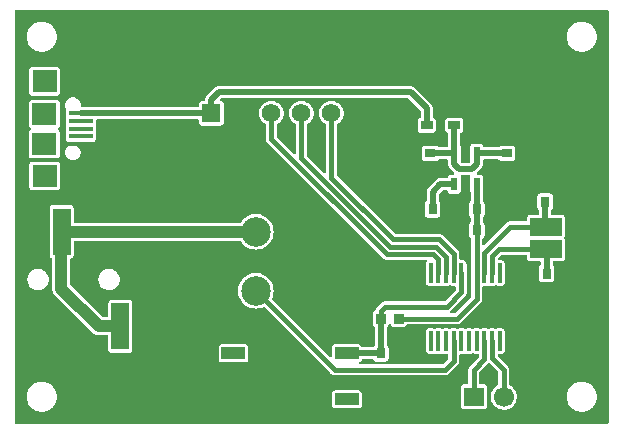
<source format=gtl>
G04 Layer: TopLayer*
G04 EasyEDA v6.5.43, 2024-08-27 13:26:19*
G04 cb6e2e9fbd21486d88ae5690d2d3dc00,10*
G04 Gerber Generator version 0.2*
G04 Scale: 100 percent, Rotated: No, Reflected: No *
G04 Dimensions in millimeters *
G04 leading zeros omitted , absolute positions ,4 integer and 5 decimal *
%FSLAX45Y45*%
%MOMM*%

%AMMACRO1*21,1,$1,$2,0,0,$3*%
%ADD10C,0.4000*%
%ADD11C,0.5000*%
%ADD12C,1.0000*%
%ADD13O,0.36400740000000004X1.7420082*%
%ADD14R,0.8000X0.9000*%
%ADD15R,0.9000X0.8000*%
%ADD16R,1.0000X0.7500*%
%ADD17R,0.6000X1.1000*%
%ADD18MACRO1,1.5X2.7X-90.0000*%
%ADD19R,2.0000X0.4500*%
%ADD20R,2.1000X1.9000*%
%ADD21MACRO1,0.864X0.8065X90.0000*%
%ADD22R,1.5000X4.0000*%
%ADD23R,2.0000X1.0000*%
%ADD24C,1.5748*%
%ADD25R,1.5748X1.5748*%
%ADD26R,1.7000X1.5748*%
%ADD27C,1.7000*%
%ADD28C,2.5000*%
%ADD29C,1.6000*%
%ADD30C,0.0153*%

%LPD*%
G36*
X36068Y25908D02*
G01*
X32156Y26670D01*
X28905Y28905D01*
X26670Y32156D01*
X25908Y36068D01*
X25908Y3519932D01*
X26670Y3523843D01*
X28905Y3527094D01*
X32156Y3529329D01*
X36068Y3530092D01*
X5043932Y3530092D01*
X5047843Y3529329D01*
X5051094Y3527094D01*
X5053330Y3523843D01*
X5054092Y3519932D01*
X5054092Y36068D01*
X5053330Y32156D01*
X5051094Y28905D01*
X5047843Y26670D01*
X5043932Y25908D01*
G37*

%LPC*%
G36*
X4826000Y126492D02*
G01*
X4841392Y127457D01*
X4856530Y130200D01*
X4871212Y134772D01*
X4885232Y141122D01*
X4898440Y149098D01*
X4910531Y158597D01*
X4921402Y169468D01*
X4930902Y181559D01*
X4938877Y194767D01*
X4945227Y208788D01*
X4949799Y223469D01*
X4952542Y238607D01*
X4953508Y254000D01*
X4952542Y269392D01*
X4949799Y284530D01*
X4945227Y299212D01*
X4938877Y313232D01*
X4930902Y326440D01*
X4921402Y338531D01*
X4910531Y349402D01*
X4898440Y358902D01*
X4885232Y366877D01*
X4871212Y373227D01*
X4856530Y377799D01*
X4841392Y380542D01*
X4826000Y381508D01*
X4810607Y380542D01*
X4795469Y377799D01*
X4780788Y373227D01*
X4766767Y366877D01*
X4753559Y358902D01*
X4741468Y349402D01*
X4730597Y338531D01*
X4721098Y326440D01*
X4713122Y313232D01*
X4706772Y299212D01*
X4702200Y284530D01*
X4699457Y269392D01*
X4698492Y254000D01*
X4699457Y238607D01*
X4702200Y223469D01*
X4706772Y208788D01*
X4713122Y194767D01*
X4721098Y181559D01*
X4730597Y169468D01*
X4741468Y158597D01*
X4753559Y149098D01*
X4766767Y141122D01*
X4780788Y134772D01*
X4795469Y130200D01*
X4810607Y127457D01*
G37*
G36*
X254000Y126492D02*
G01*
X269392Y127457D01*
X284530Y130200D01*
X299212Y134772D01*
X313232Y141122D01*
X326440Y149098D01*
X338531Y158597D01*
X349402Y169468D01*
X358902Y181559D01*
X366877Y194767D01*
X373227Y208788D01*
X377799Y223469D01*
X380542Y238607D01*
X381508Y254000D01*
X380542Y269392D01*
X377799Y284530D01*
X373227Y299212D01*
X366877Y313232D01*
X358902Y326440D01*
X349402Y338531D01*
X338531Y349402D01*
X326440Y358902D01*
X313232Y366877D01*
X299212Y373227D01*
X284530Y377799D01*
X269392Y380542D01*
X254000Y381508D01*
X238607Y380542D01*
X223469Y377799D01*
X208788Y373227D01*
X194767Y366877D01*
X181559Y358902D01*
X169468Y349402D01*
X158597Y338531D01*
X149098Y326440D01*
X141122Y313232D01*
X134772Y299212D01*
X130200Y284530D01*
X127457Y269392D01*
X126492Y254000D01*
X127457Y238607D01*
X130200Y223469D01*
X134772Y208788D01*
X141122Y194767D01*
X149098Y181559D01*
X158597Y169468D01*
X169468Y158597D01*
X181559Y149098D01*
X194767Y141122D01*
X208788Y134772D01*
X223469Y130200D01*
X238607Y127457D01*
G37*
G36*
X4169156Y143154D02*
G01*
X4183278Y144526D01*
X4197146Y147675D01*
X4210507Y152603D01*
X4223105Y159156D01*
X4234738Y167284D01*
X4245254Y176834D01*
X4254449Y187655D01*
X4262221Y199593D01*
X4268368Y212394D01*
X4272838Y225856D01*
X4275582Y239826D01*
X4276496Y254000D01*
X4275582Y268173D01*
X4272838Y282143D01*
X4268368Y295605D01*
X4262221Y308406D01*
X4254449Y320344D01*
X4245254Y331165D01*
X4234738Y340715D01*
X4223105Y348843D01*
X4216958Y351993D01*
X4214063Y354279D01*
X4212183Y357428D01*
X4211523Y361035D01*
X4211472Y484378D01*
X4210253Y493115D01*
X4207560Y501142D01*
X4203446Y508508D01*
X4197705Y515416D01*
X4115663Y597458D01*
X4113428Y600913D01*
X4112717Y604977D01*
X4113682Y608990D01*
X4116222Y612292D01*
X4119829Y614324D01*
X4123944Y614730D01*
X4127347Y614375D01*
X4135882Y614375D01*
X4143857Y615848D01*
X4151426Y618794D01*
X4158335Y623062D01*
X4164380Y628548D01*
X4169257Y635050D01*
X4172864Y642315D01*
X4175099Y650138D01*
X4175912Y658723D01*
X4175912Y795578D01*
X4175099Y804113D01*
X4172864Y811936D01*
X4169257Y819251D01*
X4164380Y825703D01*
X4158335Y831189D01*
X4151426Y835456D01*
X4143857Y838403D01*
X4135882Y839927D01*
X4127703Y839927D01*
X4119727Y838403D01*
X4112158Y835456D01*
X4104640Y830834D01*
X4101134Y829462D01*
X4097426Y829462D01*
X4093921Y830834D01*
X4086453Y835456D01*
X4078833Y838403D01*
X4070858Y839927D01*
X4062729Y839927D01*
X4054754Y838403D01*
X4047134Y835456D01*
X4039666Y830834D01*
X4036161Y829462D01*
X4032402Y829462D01*
X4028948Y830834D01*
X4021429Y835456D01*
X4013860Y838403D01*
X4005834Y839927D01*
X3997706Y839927D01*
X3989730Y838403D01*
X3982161Y835456D01*
X3974642Y830834D01*
X3971137Y829462D01*
X3967429Y829462D01*
X3963924Y830834D01*
X3956456Y835456D01*
X3948836Y838403D01*
X3940860Y839927D01*
X3932732Y839927D01*
X3924757Y838403D01*
X3917137Y835456D01*
X3909618Y830834D01*
X3906164Y829462D01*
X3902405Y829462D01*
X3898950Y830834D01*
X3891432Y835456D01*
X3883863Y838403D01*
X3875836Y839927D01*
X3867708Y839927D01*
X3859733Y838403D01*
X3852164Y835456D01*
X3844645Y830834D01*
X3841140Y829462D01*
X3837432Y829462D01*
X3833926Y830834D01*
X3826459Y835456D01*
X3818839Y838403D01*
X3810863Y839927D01*
X3802735Y839927D01*
X3794760Y838403D01*
X3787140Y835456D01*
X3779621Y830834D01*
X3776167Y829462D01*
X3772408Y829462D01*
X3768953Y830834D01*
X3761435Y835456D01*
X3753865Y838403D01*
X3745839Y839927D01*
X3737711Y839927D01*
X3729736Y838403D01*
X3722166Y835456D01*
X3714648Y830834D01*
X3711143Y829462D01*
X3707434Y829462D01*
X3703929Y830834D01*
X3696411Y835456D01*
X3688842Y838403D01*
X3680866Y839927D01*
X3672738Y839927D01*
X3664712Y838403D01*
X3657142Y835456D01*
X3649624Y830834D01*
X3646170Y829462D01*
X3642410Y829462D01*
X3638956Y830834D01*
X3631437Y835456D01*
X3623868Y838403D01*
X3615842Y839927D01*
X3607714Y839927D01*
X3599738Y838403D01*
X3592169Y835456D01*
X3584651Y830834D01*
X3581146Y829462D01*
X3577437Y829462D01*
X3573932Y830834D01*
X3566414Y835456D01*
X3558844Y838403D01*
X3550869Y839927D01*
X3542741Y839927D01*
X3534714Y838403D01*
X3527145Y835456D01*
X3520236Y831189D01*
X3514242Y825703D01*
X3509314Y819251D01*
X3505708Y811936D01*
X3503472Y804113D01*
X3502710Y795578D01*
X3502710Y658723D01*
X3503472Y650138D01*
X3505708Y642315D01*
X3509314Y635050D01*
X3514242Y628548D01*
X3520236Y623062D01*
X3527145Y618794D01*
X3534714Y615848D01*
X3542741Y614375D01*
X3550869Y614375D01*
X3558844Y615848D01*
X3566414Y618794D01*
X3573932Y623417D01*
X3577437Y624789D01*
X3581146Y624789D01*
X3584651Y623417D01*
X3592169Y618794D01*
X3599738Y615848D01*
X3607714Y614375D01*
X3615842Y614375D01*
X3623868Y615848D01*
X3631437Y618794D01*
X3638956Y623417D01*
X3642410Y624789D01*
X3646170Y624789D01*
X3649624Y623417D01*
X3657142Y618794D01*
X3664712Y615848D01*
X3672738Y614375D01*
X3680866Y614375D01*
X3683863Y614934D01*
X3688283Y614781D01*
X3692194Y612749D01*
X3694887Y609244D01*
X3695852Y604926D01*
X3695852Y577291D01*
X3695090Y573430D01*
X3692906Y570128D01*
X3654247Y531469D01*
X3650945Y529285D01*
X3647084Y528523D01*
X2952038Y528523D01*
X2947822Y529437D01*
X2944368Y532028D01*
X2942285Y535838D01*
X2941980Y540207D01*
X2943555Y544220D01*
X2946654Y547268D01*
X2952292Y550824D01*
X2956356Y554888D01*
X2959455Y559816D01*
X2960878Y563930D01*
X2963011Y567436D01*
X2966364Y569874D01*
X2970428Y570738D01*
X3052114Y571093D01*
X3055518Y570534D01*
X3058515Y568858D01*
X3060801Y566318D01*
X3064002Y561187D01*
X3068116Y557072D01*
X3072993Y554024D01*
X3078480Y552094D01*
X3084779Y551383D01*
X3163620Y551383D01*
X3169970Y552094D01*
X3175406Y554024D01*
X3180334Y557072D01*
X3184398Y561187D01*
X3187496Y566064D01*
X3189427Y571550D01*
X3190138Y577850D01*
X3190138Y666750D01*
X3189427Y673049D01*
X3187496Y678535D01*
X3184448Y683361D01*
X3179064Y688543D01*
X3176778Y691896D01*
X3175965Y695858D01*
X3175965Y841908D01*
X3176524Y845261D01*
X3178200Y848207D01*
X3181502Y851001D01*
X3185617Y855065D01*
X3188665Y859993D01*
X3190798Y866038D01*
X3192932Y869594D01*
X3196336Y872032D01*
X3200400Y872845D01*
X3204464Y872032D01*
X3207867Y869594D01*
X3210001Y866038D01*
X3212134Y859993D01*
X3215182Y855065D01*
X3219297Y851001D01*
X3224174Y847902D01*
X3229660Y846023D01*
X3235960Y845312D01*
X3315462Y845312D01*
X3321812Y846023D01*
X3327247Y847902D01*
X3332175Y851001D01*
X3336239Y855065D01*
X3339337Y859993D01*
X3339947Y861669D01*
X3342081Y865225D01*
X3345434Y867664D01*
X3349498Y868476D01*
X3773678Y868527D01*
X3782415Y869746D01*
X3790442Y872439D01*
X3797808Y876553D01*
X3804716Y882294D01*
X3970426Y1048054D01*
X3975760Y1055116D01*
X3979519Y1062685D01*
X3981805Y1070813D01*
X3982669Y1079703D01*
X3982669Y1179118D01*
X3983634Y1183436D01*
X3986326Y1186942D01*
X3990238Y1188974D01*
X3994658Y1189126D01*
X3997706Y1188567D01*
X4005834Y1188567D01*
X4013860Y1190040D01*
X4021429Y1192987D01*
X4028948Y1197660D01*
X4032402Y1198981D01*
X4036161Y1198981D01*
X4039666Y1197660D01*
X4047134Y1192987D01*
X4054754Y1190040D01*
X4062729Y1188567D01*
X4070858Y1188567D01*
X4078833Y1190040D01*
X4086453Y1192987D01*
X4093921Y1197660D01*
X4097426Y1198981D01*
X4101134Y1198981D01*
X4104640Y1197660D01*
X4112158Y1192987D01*
X4119727Y1190040D01*
X4127703Y1188567D01*
X4135882Y1188567D01*
X4143857Y1190040D01*
X4151426Y1192987D01*
X4158335Y1197254D01*
X4164380Y1202740D01*
X4169257Y1209243D01*
X4172864Y1216507D01*
X4175099Y1224330D01*
X4175912Y1232916D01*
X4175912Y1369771D01*
X4175099Y1378305D01*
X4172864Y1386128D01*
X4169257Y1393444D01*
X4164380Y1399895D01*
X4158335Y1405382D01*
X4151426Y1409700D01*
X4143857Y1412595D01*
X4135882Y1414119D01*
X4126382Y1414018D01*
X4122470Y1414780D01*
X4119118Y1416964D01*
X4116882Y1420266D01*
X4116120Y1424127D01*
X4116882Y1428038D01*
X4119067Y1431340D01*
X4142282Y1454556D01*
X4145584Y1456740D01*
X4149445Y1457502D01*
X4350816Y1457502D01*
X4354728Y1456740D01*
X4358030Y1454556D01*
X4360214Y1451254D01*
X4360976Y1447342D01*
X4360976Y1429004D01*
X4361688Y1422654D01*
X4363618Y1417218D01*
X4366666Y1412290D01*
X4370781Y1408226D01*
X4375658Y1405128D01*
X4381144Y1403248D01*
X4387443Y1402537D01*
X4466336Y1402537D01*
X4470196Y1401724D01*
X4473498Y1399540D01*
X4475734Y1396238D01*
X4476496Y1392377D01*
X4476496Y1369466D01*
X4475937Y1366113D01*
X4474260Y1363167D01*
X4471314Y1360627D01*
X4467199Y1356512D01*
X4464100Y1351635D01*
X4462221Y1346149D01*
X4461510Y1339850D01*
X4461510Y1250950D01*
X4462221Y1244650D01*
X4464100Y1239164D01*
X4467199Y1234287D01*
X4471314Y1230172D01*
X4476191Y1227124D01*
X4481677Y1225194D01*
X4487976Y1224483D01*
X4566818Y1224483D01*
X4573168Y1225194D01*
X4578604Y1227124D01*
X4583531Y1230172D01*
X4587595Y1234287D01*
X4590694Y1239164D01*
X4592624Y1244650D01*
X4593336Y1250950D01*
X4593336Y1339850D01*
X4592624Y1346149D01*
X4590694Y1351635D01*
X4587595Y1356512D01*
X4580534Y1363167D01*
X4578858Y1366164D01*
X4578299Y1369517D01*
X4578299Y1392377D01*
X4579061Y1396238D01*
X4581296Y1399540D01*
X4584598Y1401724D01*
X4588459Y1402537D01*
X4656328Y1402537D01*
X4662627Y1403248D01*
X4668113Y1405128D01*
X4672990Y1408226D01*
X4677105Y1412290D01*
X4680153Y1417218D01*
X4682083Y1422654D01*
X4682794Y1429004D01*
X4682794Y1577848D01*
X4682083Y1584198D01*
X4680153Y1589633D01*
X4678070Y1593037D01*
X4676648Y1596542D01*
X4676648Y1600301D01*
X4678070Y1603857D01*
X4680153Y1607210D01*
X4682083Y1612696D01*
X4682794Y1618996D01*
X4682794Y1767890D01*
X4682083Y1774189D01*
X4680153Y1779676D01*
X4677105Y1784553D01*
X4672990Y1788668D01*
X4668113Y1791716D01*
X4662627Y1793646D01*
X4656328Y1794357D01*
X4575759Y1794357D01*
X4571898Y1795119D01*
X4568596Y1797354D01*
X4566361Y1800606D01*
X4565599Y1804517D01*
X4565599Y1830882D01*
X4566158Y1834235D01*
X4567834Y1837232D01*
X4570831Y1839772D01*
X4574895Y1843887D01*
X4577994Y1848764D01*
X4579924Y1854250D01*
X4580636Y1860550D01*
X4580636Y1949450D01*
X4579924Y1955749D01*
X4577994Y1961235D01*
X4574895Y1966112D01*
X4570831Y1970227D01*
X4565904Y1973275D01*
X4560468Y1975205D01*
X4554118Y1975916D01*
X4475276Y1975916D01*
X4468977Y1975205D01*
X4463491Y1973275D01*
X4458614Y1970227D01*
X4454499Y1966112D01*
X4451400Y1961235D01*
X4449521Y1955749D01*
X4448810Y1949450D01*
X4448810Y1860550D01*
X4449521Y1854250D01*
X4451400Y1848764D01*
X4454499Y1843887D01*
X4461560Y1837232D01*
X4463237Y1834286D01*
X4463796Y1830933D01*
X4463796Y1804517D01*
X4463034Y1800606D01*
X4460798Y1797354D01*
X4457496Y1795119D01*
X4453636Y1794357D01*
X4387443Y1794357D01*
X4381144Y1793646D01*
X4375658Y1791716D01*
X4370781Y1788668D01*
X4366666Y1784553D01*
X4363618Y1779676D01*
X4361688Y1774189D01*
X4360976Y1767890D01*
X4360976Y1749501D01*
X4360214Y1745589D01*
X4358030Y1742287D01*
X4354728Y1740103D01*
X4350816Y1739341D01*
X4218940Y1739290D01*
X4210202Y1738071D01*
X4202176Y1735378D01*
X4194810Y1731264D01*
X4187901Y1725523D01*
X4000042Y1537665D01*
X3996740Y1535480D01*
X3992879Y1534718D01*
X3988968Y1535480D01*
X3985666Y1537665D01*
X3983482Y1540967D01*
X3982720Y1544878D01*
X3982720Y1586484D01*
X3983278Y1589836D01*
X3984904Y1592834D01*
X3987444Y1595069D01*
X3992879Y1598472D01*
X3996994Y1602587D01*
X4000093Y1607464D01*
X4001973Y1612950D01*
X4002684Y1619250D01*
X4002684Y1708150D01*
X4001973Y1714449D01*
X4000093Y1719935D01*
X3996994Y1724812D01*
X3989933Y1731467D01*
X3988257Y1734413D01*
X3987698Y1737766D01*
X3987698Y1767433D01*
X3988257Y1770786D01*
X3989933Y1773732D01*
X3992879Y1776272D01*
X3996994Y1780387D01*
X4000042Y1785264D01*
X4001973Y1790750D01*
X4002684Y1797050D01*
X4002684Y1885950D01*
X4001973Y1892249D01*
X4000042Y1897735D01*
X3996994Y1902612D01*
X3989933Y1909267D01*
X3988257Y1912213D01*
X3987698Y1915566D01*
X3987698Y1981504D01*
X3988104Y1984298D01*
X3990086Y1988159D01*
X3991965Y1993646D01*
X3992676Y1999945D01*
X3992676Y2108809D01*
X3991965Y2115159D01*
X3990086Y2120595D01*
X3986987Y2125522D01*
X3982872Y2129586D01*
X3977995Y2132685D01*
X3972560Y2134565D01*
X3966210Y2135276D01*
X3946296Y2135276D01*
X3942435Y2136089D01*
X3939133Y2138273D01*
X3936949Y2141575D01*
X3936136Y2145436D01*
X3936949Y2149348D01*
X3939133Y2152650D01*
X3972610Y2186076D01*
X3975760Y2189530D01*
X3978452Y2193036D01*
X3980840Y2196795D01*
X3982872Y2200757D01*
X3984599Y2204821D01*
X3985920Y2209088D01*
X3986885Y2213406D01*
X3987444Y2217826D01*
X3987647Y2222449D01*
X3987647Y2241397D01*
X3988054Y2244191D01*
X3990086Y2248154D01*
X3993184Y2258060D01*
X3995420Y2260955D01*
X3998569Y2262886D01*
X4002176Y2263546D01*
X4116882Y2263546D01*
X4120235Y2262987D01*
X4123182Y2261311D01*
X4125772Y2258263D01*
X4129887Y2254199D01*
X4134764Y2251100D01*
X4140250Y2249170D01*
X4146550Y2248458D01*
X4235450Y2248458D01*
X4241749Y2249170D01*
X4247235Y2251100D01*
X4252112Y2254199D01*
X4256227Y2258263D01*
X4259275Y2263190D01*
X4261205Y2268626D01*
X4261916Y2274976D01*
X4261916Y2353818D01*
X4261205Y2360117D01*
X4259275Y2365603D01*
X4256227Y2370480D01*
X4252112Y2374595D01*
X4247235Y2377694D01*
X4241749Y2379573D01*
X4235450Y2380284D01*
X4146550Y2380284D01*
X4140250Y2379573D01*
X4134764Y2377694D01*
X4129887Y2374595D01*
X4123283Y2367584D01*
X4120286Y2365908D01*
X4116933Y2365349D01*
X4002176Y2365349D01*
X3998569Y2366010D01*
X3995420Y2367940D01*
X3993134Y2370836D01*
X3992016Y2375154D01*
X3990086Y2380589D01*
X3986987Y2385517D01*
X3982923Y2389581D01*
X3977995Y2392680D01*
X3972560Y2394559D01*
X3966210Y2395270D01*
X3907383Y2395270D01*
X3901033Y2394559D01*
X3895598Y2392680D01*
X3890670Y2389581D01*
X3886606Y2385517D01*
X3883507Y2380589D01*
X3881628Y2375154D01*
X3880916Y2368804D01*
X3880916Y2259939D01*
X3881628Y2253538D01*
X3883253Y2248712D01*
X3883761Y2244902D01*
X3882796Y2241194D01*
X3880561Y2238095D01*
X3877360Y2236012D01*
X3873601Y2235301D01*
X3810152Y2235301D01*
X3806190Y2236114D01*
X3802735Y2238502D01*
X3800652Y2241600D01*
X3799789Y2245258D01*
X3800398Y2249017D01*
X3802024Y2253640D01*
X3802735Y2259990D01*
X3802735Y2368804D01*
X3802024Y2375154D01*
X3800094Y2380589D01*
X3798112Y2384501D01*
X3797706Y2387346D01*
X3797706Y2481122D01*
X3798570Y2485136D01*
X3800957Y2488539D01*
X3804513Y2490673D01*
X3808018Y2491892D01*
X3812946Y2494991D01*
X3817010Y2499106D01*
X3820109Y2503982D01*
X3821988Y2509469D01*
X3822700Y2515768D01*
X3822700Y2589631D01*
X3821988Y2595930D01*
X3820109Y2601417D01*
X3817010Y2606294D01*
X3812946Y2610408D01*
X3808018Y2613507D01*
X3802583Y2615387D01*
X3796233Y2616098D01*
X3697376Y2616098D01*
X3691077Y2615387D01*
X3685590Y2613507D01*
X3680714Y2610408D01*
X3676599Y2606294D01*
X3673551Y2601417D01*
X3671620Y2595930D01*
X3670909Y2589631D01*
X3670909Y2515768D01*
X3671620Y2509469D01*
X3673551Y2503982D01*
X3676599Y2499106D01*
X3680714Y2494991D01*
X3685590Y2491892D01*
X3689096Y2490673D01*
X3692651Y2488539D01*
X3695039Y2485186D01*
X3695903Y2481122D01*
X3695903Y2387295D01*
X3695496Y2384501D01*
X3693515Y2380589D01*
X3690467Y2370836D01*
X3688181Y2367940D01*
X3685032Y2366010D01*
X3681425Y2365349D01*
X3617366Y2365349D01*
X3614013Y2365908D01*
X3611016Y2367584D01*
X3608527Y2370480D01*
X3604412Y2374595D01*
X3599535Y2377694D01*
X3594049Y2379573D01*
X3587750Y2380284D01*
X3498850Y2380284D01*
X3492550Y2379573D01*
X3487064Y2377694D01*
X3482187Y2374595D01*
X3478072Y2370480D01*
X3475024Y2365603D01*
X3473094Y2360117D01*
X3472383Y2353818D01*
X3472383Y2274976D01*
X3473094Y2268626D01*
X3475024Y2263190D01*
X3478072Y2258263D01*
X3482187Y2254199D01*
X3487064Y2251100D01*
X3492550Y2249170D01*
X3498850Y2248458D01*
X3587750Y2248458D01*
X3594049Y2249170D01*
X3599535Y2251100D01*
X3604412Y2254199D01*
X3611118Y2261311D01*
X3614064Y2262987D01*
X3617417Y2263546D01*
X3681425Y2263546D01*
X3685032Y2262886D01*
X3688181Y2260955D01*
X3690467Y2258060D01*
X3691636Y2253640D01*
X3693515Y2248204D01*
X3695446Y2244394D01*
X3695852Y2241550D01*
X3696004Y2218690D01*
X3696614Y2213864D01*
X3697478Y2209952D01*
X3698951Y2205329D01*
X3700475Y2201570D01*
X3702710Y2197252D01*
X3704844Y2193848D01*
X3707790Y2189988D01*
X3710686Y2186838D01*
X3744468Y2152599D01*
X3746652Y2149297D01*
X3747363Y2145436D01*
X3746601Y2141524D01*
X3744417Y2138273D01*
X3741115Y2136089D01*
X3737203Y2135327D01*
X3717340Y2135327D01*
X3711041Y2134616D01*
X3705555Y2132685D01*
X3700678Y2129586D01*
X3696563Y2125522D01*
X3693515Y2120595D01*
X3690416Y2110790D01*
X3688181Y2107844D01*
X3685032Y2105964D01*
X3681425Y2105304D01*
X3629406Y2105304D01*
X3624732Y2105101D01*
X3620363Y2104491D01*
X3615994Y2103526D01*
X3611778Y2102205D01*
X3607663Y2100529D01*
X3603751Y2098446D01*
X3599992Y2096058D01*
X3596436Y2093366D01*
X3593033Y2090216D01*
X3526637Y2023872D01*
X3523487Y2020417D01*
X3520795Y2016912D01*
X3518408Y2013153D01*
X3516376Y2009190D01*
X3514648Y2005126D01*
X3513328Y2000859D01*
X3512362Y1996541D01*
X3511804Y1992122D01*
X3511600Y1987499D01*
X3511600Y1915617D01*
X3511042Y1912264D01*
X3509365Y1909267D01*
X3506368Y1906727D01*
X3502304Y1902612D01*
X3499205Y1897735D01*
X3497275Y1892249D01*
X3496564Y1885950D01*
X3496564Y1797050D01*
X3497275Y1790750D01*
X3499205Y1785264D01*
X3502304Y1780387D01*
X3506368Y1776272D01*
X3511296Y1773224D01*
X3516731Y1771294D01*
X3523081Y1770583D01*
X3601923Y1770583D01*
X3608222Y1771294D01*
X3613708Y1773224D01*
X3618585Y1776272D01*
X3622700Y1780387D01*
X3625799Y1785264D01*
X3627678Y1790750D01*
X3628390Y1797050D01*
X3628390Y1885950D01*
X3627678Y1892249D01*
X3625799Y1897735D01*
X3622700Y1902612D01*
X3615639Y1909267D01*
X3613962Y1912213D01*
X3613404Y1915566D01*
X3613404Y1962404D01*
X3614165Y1966315D01*
X3616401Y1969566D01*
X3647287Y2000504D01*
X3650589Y2002688D01*
X3654450Y2003450D01*
X3681425Y2003450D01*
X3685032Y2002789D01*
X3688181Y2000910D01*
X3690416Y1997964D01*
X3691585Y1993646D01*
X3693515Y1988159D01*
X3696563Y1983282D01*
X3700678Y1979168D01*
X3705555Y1976120D01*
X3711041Y1974189D01*
X3717340Y1973478D01*
X3776218Y1973478D01*
X3782568Y1974189D01*
X3788003Y1976120D01*
X3792880Y1979168D01*
X3796995Y1983282D01*
X3800094Y1988159D01*
X3801973Y1993646D01*
X3802684Y1999945D01*
X3802684Y2108809D01*
X3801973Y2115159D01*
X3800297Y2119985D01*
X3799738Y2123795D01*
X3800652Y2127554D01*
X3802887Y2130653D01*
X3806088Y2132736D01*
X3809898Y2133498D01*
X3873703Y2133498D01*
X3877462Y2132736D01*
X3880713Y2130653D01*
X3882948Y2127554D01*
X3883863Y2123795D01*
X3883304Y2119985D01*
X3881577Y2115159D01*
X3880865Y2108809D01*
X3880865Y1999945D01*
X3881577Y1993646D01*
X3883507Y1988159D01*
X3885488Y1984248D01*
X3885895Y1981454D01*
X3885895Y1915617D01*
X3885336Y1912264D01*
X3883660Y1909267D01*
X3880662Y1906727D01*
X3876598Y1902612D01*
X3873500Y1897735D01*
X3871569Y1892249D01*
X3870858Y1885950D01*
X3870858Y1797050D01*
X3871569Y1790750D01*
X3873500Y1785264D01*
X3876598Y1780387D01*
X3883660Y1773732D01*
X3885336Y1770735D01*
X3885895Y1767382D01*
X3885895Y1737817D01*
X3885336Y1734464D01*
X3883660Y1731467D01*
X3880662Y1728927D01*
X3876598Y1724812D01*
X3873500Y1719935D01*
X3871569Y1714449D01*
X3870858Y1708150D01*
X3870858Y1619250D01*
X3871569Y1612950D01*
X3873500Y1607464D01*
X3876598Y1602587D01*
X3880662Y1598472D01*
X3886149Y1595069D01*
X3888689Y1592783D01*
X3890314Y1589836D01*
X3890873Y1586484D01*
X3890822Y1102461D01*
X3890060Y1098600D01*
X3887876Y1095298D01*
X3755847Y963269D01*
X3752545Y961085D01*
X3748684Y960323D01*
X3715562Y960323D01*
X3711549Y961136D01*
X3708146Y963523D01*
X3706012Y967028D01*
X3705402Y971092D01*
X3706520Y975055D01*
X3709060Y978306D01*
X3715816Y983894D01*
X3840378Y1108506D01*
X3845712Y1115568D01*
X3849471Y1123137D01*
X3851757Y1131265D01*
X3852621Y1140155D01*
X3852621Y1300784D01*
X3851757Y1309674D01*
X3850894Y1314196D01*
X3850894Y1369771D01*
X3850132Y1378305D01*
X3847896Y1386128D01*
X3844239Y1393444D01*
X3839362Y1399895D01*
X3833368Y1405382D01*
X3826459Y1409700D01*
X3818839Y1412595D01*
X3810863Y1414119D01*
X3802735Y1414119D01*
X3799687Y1413560D01*
X3795268Y1413713D01*
X3791356Y1415694D01*
X3788664Y1419199D01*
X3787698Y1423517D01*
X3787648Y1467002D01*
X3786428Y1475740D01*
X3783736Y1483766D01*
X3779621Y1491132D01*
X3773881Y1498041D01*
X3650691Y1621180D01*
X3643629Y1626514D01*
X3636060Y1630273D01*
X3627932Y1632559D01*
X3619042Y1633423D01*
X3249015Y1633423D01*
X3245154Y1634185D01*
X3241852Y1636369D01*
X2753969Y2124252D01*
X2751785Y2127554D01*
X2751023Y2131415D01*
X2751023Y2554224D01*
X2751683Y2557881D01*
X2753664Y2561082D01*
X2768803Y2571292D01*
X2779064Y2580335D01*
X2788107Y2590596D01*
X2795727Y2601976D01*
X2801772Y2614269D01*
X2806141Y2627223D01*
X2808833Y2640634D01*
X2809748Y2654300D01*
X2808833Y2667965D01*
X2806141Y2681376D01*
X2801772Y2694330D01*
X2795727Y2706624D01*
X2788107Y2718003D01*
X2779064Y2728264D01*
X2768803Y2737307D01*
X2757424Y2744927D01*
X2745130Y2750972D01*
X2732176Y2755341D01*
X2718765Y2758033D01*
X2705100Y2758948D01*
X2691434Y2758033D01*
X2678023Y2755341D01*
X2665069Y2750972D01*
X2652776Y2744927D01*
X2641396Y2737307D01*
X2631135Y2728264D01*
X2622092Y2718003D01*
X2614472Y2706624D01*
X2608427Y2694330D01*
X2604058Y2681376D01*
X2601366Y2667965D01*
X2600452Y2654300D01*
X2601366Y2640634D01*
X2604058Y2627223D01*
X2608427Y2614269D01*
X2614472Y2601976D01*
X2622092Y2590596D01*
X2631135Y2580335D01*
X2641396Y2571292D01*
X2656535Y2561082D01*
X2658516Y2557881D01*
X2659176Y2554224D01*
X2659176Y2154682D01*
X2658414Y2150770D01*
X2656230Y2147468D01*
X2652928Y2145284D01*
X2649016Y2144522D01*
X2645156Y2145284D01*
X2641854Y2147468D01*
X2499969Y2289352D01*
X2497785Y2292654D01*
X2497023Y2296515D01*
X2497023Y2554224D01*
X2497683Y2557881D01*
X2499664Y2561082D01*
X2514803Y2571292D01*
X2525064Y2580335D01*
X2534107Y2590596D01*
X2541727Y2601976D01*
X2547772Y2614269D01*
X2552141Y2627223D01*
X2554833Y2640634D01*
X2555748Y2654300D01*
X2554833Y2667965D01*
X2552141Y2681376D01*
X2547772Y2694330D01*
X2541727Y2706624D01*
X2534107Y2718003D01*
X2525064Y2728264D01*
X2514803Y2737307D01*
X2503424Y2744927D01*
X2491130Y2750972D01*
X2478176Y2755341D01*
X2464765Y2758033D01*
X2451100Y2758948D01*
X2437434Y2758033D01*
X2424023Y2755341D01*
X2411069Y2750972D01*
X2398776Y2744927D01*
X2387396Y2737307D01*
X2377135Y2728264D01*
X2368092Y2718003D01*
X2360472Y2706624D01*
X2354427Y2694330D01*
X2350058Y2681376D01*
X2347366Y2667965D01*
X2346452Y2654300D01*
X2347366Y2640634D01*
X2350058Y2627223D01*
X2354427Y2614269D01*
X2360472Y2601976D01*
X2368092Y2590596D01*
X2377135Y2580335D01*
X2387396Y2571292D01*
X2402535Y2561082D01*
X2404516Y2557881D01*
X2405176Y2554224D01*
X2405176Y2319782D01*
X2404414Y2315870D01*
X2402230Y2312568D01*
X2398928Y2310384D01*
X2395016Y2309622D01*
X2391156Y2310384D01*
X2387854Y2312568D01*
X2245969Y2454452D01*
X2243785Y2457754D01*
X2243023Y2461615D01*
X2243023Y2554224D01*
X2243683Y2557881D01*
X2245664Y2561082D01*
X2260803Y2571292D01*
X2271064Y2580335D01*
X2280107Y2590596D01*
X2287727Y2601976D01*
X2293772Y2614269D01*
X2298141Y2627223D01*
X2300833Y2640634D01*
X2301748Y2654300D01*
X2300833Y2667965D01*
X2298141Y2681376D01*
X2293772Y2694330D01*
X2287727Y2706624D01*
X2280107Y2718003D01*
X2271064Y2728264D01*
X2260803Y2737307D01*
X2249424Y2744927D01*
X2237130Y2750972D01*
X2224176Y2755341D01*
X2210765Y2758033D01*
X2197100Y2758948D01*
X2183434Y2758033D01*
X2170023Y2755341D01*
X2157069Y2750972D01*
X2144776Y2744927D01*
X2133396Y2737307D01*
X2123135Y2728264D01*
X2114092Y2718003D01*
X2106472Y2706624D01*
X2100427Y2694330D01*
X2096058Y2681376D01*
X2093366Y2667965D01*
X2092452Y2654300D01*
X2093366Y2640634D01*
X2096058Y2627223D01*
X2100427Y2614269D01*
X2106472Y2601976D01*
X2114092Y2590596D01*
X2123135Y2580335D01*
X2133396Y2571292D01*
X2148535Y2561082D01*
X2150516Y2557881D01*
X2151176Y2554224D01*
X2151227Y2436622D01*
X2152446Y2427884D01*
X2155139Y2419858D01*
X2159254Y2412492D01*
X2164994Y2405583D01*
X3143808Y1426819D01*
X3150870Y1421485D01*
X3158439Y1417726D01*
X3166567Y1415440D01*
X3175457Y1414576D01*
X3504895Y1414576D01*
X3509264Y1413611D01*
X3512769Y1410868D01*
X3514750Y1406855D01*
X3514851Y1402384D01*
X3513023Y1398320D01*
X3509314Y1393444D01*
X3505708Y1386128D01*
X3503472Y1378305D01*
X3502710Y1369771D01*
X3502710Y1232916D01*
X3503472Y1224330D01*
X3505708Y1216507D01*
X3509314Y1209243D01*
X3514242Y1202740D01*
X3520236Y1197254D01*
X3527145Y1192987D01*
X3534714Y1190040D01*
X3542741Y1188567D01*
X3550869Y1188567D01*
X3558844Y1190040D01*
X3566414Y1192987D01*
X3573932Y1197660D01*
X3577437Y1198981D01*
X3581146Y1198981D01*
X3584651Y1197660D01*
X3592169Y1192987D01*
X3599738Y1190040D01*
X3607714Y1188567D01*
X3615842Y1188567D01*
X3623868Y1190040D01*
X3631437Y1192987D01*
X3638956Y1197660D01*
X3642410Y1198981D01*
X3646170Y1198981D01*
X3649624Y1197660D01*
X3657142Y1192987D01*
X3664712Y1190040D01*
X3672738Y1188567D01*
X3680866Y1188567D01*
X3688842Y1190040D01*
X3696411Y1192987D01*
X3703929Y1197660D01*
X3707434Y1198981D01*
X3711143Y1198981D01*
X3714648Y1197660D01*
X3722166Y1192987D01*
X3729736Y1190040D01*
X3737711Y1188567D01*
X3745839Y1188567D01*
X3748786Y1189075D01*
X3753205Y1188923D01*
X3757117Y1186942D01*
X3759809Y1183436D01*
X3760774Y1179118D01*
X3760774Y1162913D01*
X3760012Y1159052D01*
X3757828Y1155750D01*
X3666947Y1064869D01*
X3663645Y1062685D01*
X3659784Y1061923D01*
X3160522Y1061872D01*
X3151784Y1060653D01*
X3143758Y1057960D01*
X3136392Y1053846D01*
X3129483Y1048105D01*
X3091281Y1009853D01*
X3085947Y1002792D01*
X3082137Y995121D01*
X3080105Y988517D01*
X3077870Y984656D01*
X3074517Y981506D01*
X3068624Y977798D01*
X3064560Y973734D01*
X3061462Y968806D01*
X3059531Y963371D01*
X3058820Y957021D01*
X3058820Y871778D01*
X3059531Y865428D01*
X3061462Y859993D01*
X3064560Y855065D01*
X3071926Y848258D01*
X3073603Y845261D01*
X3074162Y841908D01*
X3074162Y696925D01*
X3073603Y693572D01*
X3071926Y690575D01*
X3068116Y687527D01*
X3064002Y683412D01*
X3060395Y677621D01*
X3058109Y675132D01*
X3055162Y673455D01*
X3051810Y672896D01*
X2970123Y672541D01*
X2966008Y673354D01*
X2962605Y675792D01*
X2960471Y679348D01*
X2959455Y682244D01*
X2956356Y687120D01*
X2952292Y691235D01*
X2947365Y694283D01*
X2941929Y696214D01*
X2935579Y696925D01*
X2736748Y696925D01*
X2730398Y696214D01*
X2724962Y694283D01*
X2720035Y691235D01*
X2715971Y687120D01*
X2712872Y682244D01*
X2710992Y676757D01*
X2710281Y670458D01*
X2710281Y595833D01*
X2709468Y591972D01*
X2707284Y588670D01*
X2703982Y586486D01*
X2700121Y585673D01*
X2696210Y586486D01*
X2692908Y588670D01*
X2204669Y1076909D01*
X2202434Y1080211D01*
X2201672Y1084122D01*
X2202434Y1087983D01*
X2207971Y1101293D01*
X2212644Y1117549D01*
X2215489Y1134211D01*
X2216404Y1151128D01*
X2215489Y1168044D01*
X2212644Y1184706D01*
X2207971Y1200962D01*
X2201468Y1216609D01*
X2193290Y1231392D01*
X2183485Y1245209D01*
X2172208Y1257808D01*
X2159609Y1269085D01*
X2145792Y1278890D01*
X2131009Y1287068D01*
X2115362Y1293571D01*
X2099106Y1298244D01*
X2082444Y1301089D01*
X2065528Y1302004D01*
X2048611Y1301089D01*
X2031949Y1298244D01*
X2015693Y1293571D01*
X2000046Y1287068D01*
X1985264Y1278890D01*
X1971446Y1269085D01*
X1958848Y1257808D01*
X1947570Y1245209D01*
X1937766Y1231392D01*
X1929587Y1216609D01*
X1923084Y1200962D01*
X1918411Y1184706D01*
X1915566Y1168044D01*
X1914652Y1151128D01*
X1915566Y1134211D01*
X1918411Y1117549D01*
X1923084Y1101293D01*
X1929587Y1085646D01*
X1937766Y1070864D01*
X1947570Y1057046D01*
X1958848Y1044448D01*
X1971446Y1033170D01*
X1985264Y1023366D01*
X2000046Y1015187D01*
X2015693Y1008684D01*
X2031949Y1004011D01*
X2048611Y1001166D01*
X2065528Y1000252D01*
X2082444Y1001166D01*
X2099106Y1004011D01*
X2115362Y1008684D01*
X2128672Y1014221D01*
X2132533Y1014984D01*
X2136444Y1014221D01*
X2139746Y1011986D01*
X2702864Y448919D01*
X2709926Y443585D01*
X2717495Y439826D01*
X2725623Y437540D01*
X2734513Y436676D01*
X3672078Y436727D01*
X3680815Y437946D01*
X3688842Y440639D01*
X3696208Y444754D01*
X3703116Y450494D01*
X3775456Y522884D01*
X3780790Y529945D01*
X3784549Y537514D01*
X3786835Y545642D01*
X3787698Y554532D01*
X3787698Y604926D01*
X3788664Y609244D01*
X3791356Y612749D01*
X3795268Y614781D01*
X3799687Y614934D01*
X3802735Y614375D01*
X3810863Y614375D01*
X3818839Y615848D01*
X3826459Y618794D01*
X3833926Y623417D01*
X3837432Y624789D01*
X3841140Y624789D01*
X3844645Y623417D01*
X3852164Y618794D01*
X3859733Y615848D01*
X3867708Y614375D01*
X3875836Y614375D01*
X3883863Y615848D01*
X3891432Y618794D01*
X3898950Y623417D01*
X3902405Y624789D01*
X3906164Y624789D01*
X3909618Y623417D01*
X3917137Y618794D01*
X3924757Y615848D01*
X3932732Y614375D01*
X3940860Y614375D01*
X3943858Y614934D01*
X3948277Y614781D01*
X3952240Y612749D01*
X3954932Y609244D01*
X3955897Y604926D01*
X3955897Y596036D01*
X3955135Y592124D01*
X3952900Y588822D01*
X3877919Y513791D01*
X3872585Y506730D01*
X3868826Y499160D01*
X3866540Y491032D01*
X3865676Y482142D01*
X3865676Y368808D01*
X3864914Y364896D01*
X3862730Y361645D01*
X3859428Y359410D01*
X3855516Y358648D01*
X3827170Y358648D01*
X3820871Y357936D01*
X3815384Y356006D01*
X3810508Y352958D01*
X3806393Y348843D01*
X3803294Y343966D01*
X3801414Y338480D01*
X3800703Y332181D01*
X3800703Y175818D01*
X3801414Y169519D01*
X3803294Y164033D01*
X3806393Y159156D01*
X3810508Y155041D01*
X3815384Y151993D01*
X3820871Y150063D01*
X3827170Y149352D01*
X3996029Y149352D01*
X4002328Y150063D01*
X4007815Y151993D01*
X4012692Y155041D01*
X4016806Y159156D01*
X4019905Y164033D01*
X4021785Y169519D01*
X4022496Y175818D01*
X4022496Y332181D01*
X4021785Y338480D01*
X4019905Y343966D01*
X4016806Y348843D01*
X4012692Y352958D01*
X4007815Y356006D01*
X4002328Y357936D01*
X3996029Y358648D01*
X3967683Y358648D01*
X3963771Y359410D01*
X3960469Y361645D01*
X3958285Y364896D01*
X3957523Y368808D01*
X3957523Y459384D01*
X3958285Y463245D01*
X3960469Y466547D01*
X4031437Y537514D01*
X4034688Y539699D01*
X4038600Y540461D01*
X4042511Y539699D01*
X4045762Y537514D01*
X4116730Y466547D01*
X4118914Y463245D01*
X4119676Y459384D01*
X4119676Y361289D01*
X4119118Y357886D01*
X4117390Y354888D01*
X4114800Y352602D01*
X4102150Y344932D01*
X4091025Y336092D01*
X4081170Y325882D01*
X4072686Y314502D01*
X4065676Y302107D01*
X4060342Y288950D01*
X4056735Y275183D01*
X4054957Y261112D01*
X4054957Y246888D01*
X4056735Y232816D01*
X4060342Y219049D01*
X4065676Y205892D01*
X4072686Y193497D01*
X4081170Y182118D01*
X4091025Y171907D01*
X4102150Y163068D01*
X4114292Y155702D01*
X4127296Y149910D01*
X4140911Y145897D01*
X4154932Y143611D01*
G37*
G36*
X2736748Y155092D02*
G01*
X2935579Y155092D01*
X2941929Y155803D01*
X2947365Y157734D01*
X2952292Y160782D01*
X2956356Y164896D01*
X2959455Y169773D01*
X2961335Y175260D01*
X2962046Y181559D01*
X2962046Y280416D01*
X2961335Y286766D01*
X2959455Y292201D01*
X2956356Y297129D01*
X2952292Y301193D01*
X2947365Y304292D01*
X2941929Y306222D01*
X2935579Y306933D01*
X2736748Y306933D01*
X2730398Y306222D01*
X2724962Y304292D01*
X2720035Y301193D01*
X2715971Y297129D01*
X2712872Y292201D01*
X2710942Y286766D01*
X2710230Y280416D01*
X2710230Y181559D01*
X2710942Y175260D01*
X2712872Y169773D01*
X2715971Y164896D01*
X2720035Y160782D01*
X2724962Y157734D01*
X2730398Y155803D01*
G37*
G36*
X1776730Y545134D02*
G01*
X1975612Y545134D01*
X1981911Y545846D01*
X1987397Y547725D01*
X1992274Y550824D01*
X1996389Y554888D01*
X1999437Y559816D01*
X2001367Y565251D01*
X2002078Y571601D01*
X2002078Y670458D01*
X2001367Y676757D01*
X1999437Y682244D01*
X1996389Y687120D01*
X1992274Y691235D01*
X1987397Y694283D01*
X1981911Y696214D01*
X1975612Y696925D01*
X1776730Y696925D01*
X1770430Y696214D01*
X1764944Y694283D01*
X1760067Y691235D01*
X1755952Y687120D01*
X1752904Y682244D01*
X1750974Y676757D01*
X1750263Y670458D01*
X1750263Y571601D01*
X1750974Y565251D01*
X1752904Y559816D01*
X1755952Y554888D01*
X1760067Y550824D01*
X1764944Y547725D01*
X1770430Y545846D01*
G37*
G36*
X845058Y624992D02*
G01*
X993902Y624992D01*
X1000252Y625703D01*
X1005687Y627634D01*
X1010615Y630682D01*
X1014679Y634796D01*
X1017778Y639673D01*
X1019657Y645160D01*
X1020368Y651459D01*
X1020368Y1050340D01*
X1019657Y1056640D01*
X1017778Y1062126D01*
X1014679Y1067003D01*
X1010615Y1071118D01*
X1005687Y1074166D01*
X1000252Y1076096D01*
X993902Y1076807D01*
X845058Y1076807D01*
X838708Y1076096D01*
X833272Y1074166D01*
X828344Y1071118D01*
X824280Y1067003D01*
X821182Y1062126D01*
X819302Y1056640D01*
X818591Y1050340D01*
X818591Y936955D01*
X817778Y933094D01*
X815594Y929792D01*
X812292Y927557D01*
X808431Y926795D01*
X772261Y926795D01*
X768350Y927557D01*
X765048Y929792D01*
X497992Y1196848D01*
X495757Y1200150D01*
X494995Y1204061D01*
X494995Y1415999D01*
X495858Y1420063D01*
X498246Y1423466D01*
X501802Y1425600D01*
X507847Y1427734D01*
X512775Y1430782D01*
X516839Y1434896D01*
X519938Y1439773D01*
X521817Y1445260D01*
X522528Y1451559D01*
X522528Y1564944D01*
X523341Y1568805D01*
X525526Y1572107D01*
X528828Y1574342D01*
X532688Y1575104D01*
X1929434Y1575104D01*
X1932584Y1574596D01*
X1935429Y1573123D01*
X1937715Y1570786D01*
X1947570Y1556918D01*
X1958848Y1544320D01*
X1971446Y1533042D01*
X1985264Y1523238D01*
X2000046Y1515059D01*
X2015693Y1508556D01*
X2031949Y1503883D01*
X2048611Y1501038D01*
X2065528Y1500124D01*
X2082444Y1501038D01*
X2099106Y1503883D01*
X2115362Y1508556D01*
X2131009Y1515059D01*
X2145792Y1523238D01*
X2159609Y1533042D01*
X2172208Y1544320D01*
X2183485Y1556918D01*
X2193290Y1570736D01*
X2201468Y1585518D01*
X2207971Y1601165D01*
X2212644Y1617421D01*
X2215489Y1634083D01*
X2216404Y1651000D01*
X2215489Y1667916D01*
X2212644Y1684578D01*
X2207971Y1700834D01*
X2201468Y1716481D01*
X2193290Y1731264D01*
X2183485Y1745081D01*
X2172208Y1757680D01*
X2159609Y1768957D01*
X2145792Y1778762D01*
X2131009Y1786940D01*
X2115362Y1793443D01*
X2099106Y1798116D01*
X2082444Y1800961D01*
X2065528Y1801875D01*
X2048611Y1800961D01*
X2031949Y1798116D01*
X2015693Y1793443D01*
X2000046Y1786940D01*
X1985264Y1778762D01*
X1971446Y1768957D01*
X1958848Y1757680D01*
X1947570Y1745081D01*
X1937715Y1731213D01*
X1935429Y1728876D01*
X1932584Y1727403D01*
X1929434Y1726895D01*
X532688Y1726895D01*
X528828Y1727657D01*
X525526Y1729892D01*
X523341Y1733194D01*
X522528Y1737055D01*
X522528Y1850440D01*
X521817Y1856739D01*
X519938Y1862226D01*
X516839Y1867103D01*
X512775Y1871218D01*
X507847Y1874266D01*
X502412Y1876196D01*
X496062Y1876907D01*
X347218Y1876907D01*
X340868Y1876196D01*
X335432Y1874266D01*
X330504Y1871218D01*
X326440Y1867103D01*
X323342Y1862226D01*
X321462Y1856739D01*
X320751Y1850440D01*
X320751Y1451559D01*
X321462Y1445260D01*
X323342Y1439773D01*
X326440Y1434896D01*
X330504Y1430782D01*
X335432Y1427734D01*
X339953Y1425244D01*
X342341Y1421841D01*
X343204Y1417777D01*
X343255Y1165758D01*
X344068Y1156919D01*
X344474Y1154480D01*
X346608Y1145844D01*
X347370Y1143508D01*
X350774Y1135278D01*
X351891Y1133094D01*
X356514Y1125474D01*
X363575Y1116634D01*
X684834Y795375D01*
X693674Y788314D01*
X701294Y783691D01*
X703478Y782574D01*
X711708Y779170D01*
X714044Y778408D01*
X722680Y776274D01*
X725119Y775868D01*
X733958Y775055D01*
X808431Y775004D01*
X812292Y774242D01*
X815594Y772007D01*
X817778Y768705D01*
X818591Y764844D01*
X818591Y651459D01*
X819302Y645160D01*
X821182Y639673D01*
X824280Y634796D01*
X828344Y630682D01*
X833272Y627634D01*
X838708Y625703D01*
G37*
G36*
X827074Y1156309D02*
G01*
X839673Y1157630D01*
X851966Y1160678D01*
X863752Y1165453D01*
X874725Y1171803D01*
X884732Y1179576D01*
X893521Y1188720D01*
X900988Y1198981D01*
X906932Y1210157D01*
X911250Y1222095D01*
X913892Y1234490D01*
X914806Y1247140D01*
X913892Y1259789D01*
X911250Y1272184D01*
X906932Y1284122D01*
X900988Y1295298D01*
X893521Y1305560D01*
X884732Y1314704D01*
X874725Y1322476D01*
X863752Y1328826D01*
X851966Y1333550D01*
X839673Y1336649D01*
X827074Y1337970D01*
X814374Y1337513D01*
X801928Y1335328D01*
X789838Y1331417D01*
X778459Y1325829D01*
X767943Y1318768D01*
X758545Y1310284D01*
X750366Y1300581D01*
X743661Y1289812D01*
X738479Y1278229D01*
X735025Y1266037D01*
X733247Y1253490D01*
X733247Y1240790D01*
X735025Y1228242D01*
X738479Y1216050D01*
X743661Y1204468D01*
X750366Y1193698D01*
X758545Y1183995D01*
X767943Y1175512D01*
X778459Y1168450D01*
X789838Y1162862D01*
X801928Y1158951D01*
X814374Y1156766D01*
G37*
G36*
X225044Y1156309D02*
G01*
X237693Y1157630D01*
X249986Y1160678D01*
X261721Y1165453D01*
X272694Y1171803D01*
X282702Y1179576D01*
X291541Y1188720D01*
X298958Y1198981D01*
X304901Y1210157D01*
X309270Y1222095D01*
X311912Y1234490D01*
X312775Y1247140D01*
X311912Y1259789D01*
X309270Y1272184D01*
X304901Y1284122D01*
X298958Y1295298D01*
X291541Y1305560D01*
X282702Y1314704D01*
X272694Y1322476D01*
X261721Y1328826D01*
X249986Y1333550D01*
X237693Y1336649D01*
X225044Y1337970D01*
X212394Y1337513D01*
X199898Y1335328D01*
X187858Y1331417D01*
X176428Y1325829D01*
X165963Y1318768D01*
X156514Y1310284D01*
X148386Y1300581D01*
X141630Y1289812D01*
X136499Y1278229D01*
X132994Y1266037D01*
X131216Y1253490D01*
X131216Y1240790D01*
X132994Y1228242D01*
X136499Y1216050D01*
X141630Y1204468D01*
X148386Y1193698D01*
X156514Y1183995D01*
X165963Y1175512D01*
X176428Y1168450D01*
X187858Y1162862D01*
X199898Y1158951D01*
X212394Y1156766D01*
G37*
G36*
X173888Y2003348D02*
G01*
X382727Y2003348D01*
X389026Y2004060D01*
X394512Y2005939D01*
X399389Y2009038D01*
X403504Y2013102D01*
X406603Y2018030D01*
X408482Y2023465D01*
X409194Y2029815D01*
X409194Y2218690D01*
X408482Y2224989D01*
X406603Y2230475D01*
X403504Y2235352D01*
X399389Y2239467D01*
X394512Y2242515D01*
X389026Y2244445D01*
X382727Y2245156D01*
X173888Y2245156D01*
X167538Y2244445D01*
X162102Y2242515D01*
X157175Y2239467D01*
X153111Y2235352D01*
X150012Y2230475D01*
X148082Y2224989D01*
X147370Y2218690D01*
X147370Y2029815D01*
X148082Y2023465D01*
X150012Y2018030D01*
X153111Y2013102D01*
X157175Y2009038D01*
X162102Y2005939D01*
X167538Y2004060D01*
G37*
G36*
X515569Y2258415D02*
G01*
X526186Y2258822D01*
X536549Y2260955D01*
X546455Y2264714D01*
X555650Y2269998D01*
X563880Y2276703D01*
X570890Y2284628D01*
X576580Y2293620D01*
X580745Y2303373D01*
X583234Y2313635D01*
X584098Y2324201D01*
X583234Y2334818D01*
X580745Y2345080D01*
X576580Y2354834D01*
X570890Y2363825D01*
X563880Y2371750D01*
X555650Y2378456D01*
X546455Y2383739D01*
X536549Y2387498D01*
X526186Y2389632D01*
X515569Y2390038D01*
X505053Y2388768D01*
X494893Y2385822D01*
X485292Y2381300D01*
X476554Y2375255D01*
X468934Y2367889D01*
X462584Y2359456D01*
X457657Y2350058D01*
X454253Y2340000D01*
X452577Y2329535D01*
X452577Y2318918D01*
X454253Y2308453D01*
X457657Y2298395D01*
X462584Y2288997D01*
X468934Y2280564D01*
X476554Y2273198D01*
X485292Y2267153D01*
X494893Y2262632D01*
X505053Y2259685D01*
G37*
G36*
X170383Y2272334D02*
G01*
X379222Y2272334D01*
X385572Y2273046D01*
X391007Y2274976D01*
X395935Y2278024D01*
X399999Y2282139D01*
X403098Y2287016D01*
X404977Y2292502D01*
X405688Y2298801D01*
X405688Y2487676D01*
X404977Y2493975D01*
X403098Y2499461D01*
X399999Y2504338D01*
X395935Y2508453D01*
X393446Y2510028D01*
X390499Y2512822D01*
X388874Y2516581D01*
X388874Y2520645D01*
X390499Y2524404D01*
X393446Y2527198D01*
X397916Y2530043D01*
X401980Y2534107D01*
X405079Y2539034D01*
X407009Y2544470D01*
X407720Y2550820D01*
X407720Y2739644D01*
X407009Y2745994D01*
X405079Y2751429D01*
X401980Y2756357D01*
X397916Y2760421D01*
X392988Y2763520D01*
X387553Y2765450D01*
X381203Y2766161D01*
X172364Y2766161D01*
X166065Y2765450D01*
X160578Y2763520D01*
X155702Y2760421D01*
X151587Y2756357D01*
X148539Y2751429D01*
X146608Y2745994D01*
X145897Y2739644D01*
X145897Y2550820D01*
X146608Y2544470D01*
X148539Y2539034D01*
X151587Y2534107D01*
X155702Y2530043D01*
X158191Y2528468D01*
X161137Y2525674D01*
X162712Y2521915D01*
X162712Y2517851D01*
X161137Y2514092D01*
X158191Y2511247D01*
X153670Y2508453D01*
X149606Y2504338D01*
X146507Y2499461D01*
X144627Y2493975D01*
X143916Y2487676D01*
X143916Y2298801D01*
X144627Y2292502D01*
X146507Y2287016D01*
X149606Y2282139D01*
X153670Y2278024D01*
X158597Y2274976D01*
X164033Y2273046D01*
G37*
G36*
X485851Y2410815D02*
G01*
X684733Y2410815D01*
X691032Y2411526D01*
X696518Y2413457D01*
X701395Y2416505D01*
X705510Y2420620D01*
X708609Y2425496D01*
X710488Y2430983D01*
X711200Y2437282D01*
X711200Y2481173D01*
X710488Y2487472D01*
X709625Y2491740D01*
X710488Y2496007D01*
X711200Y2502306D01*
X711200Y2546197D01*
X710488Y2552496D01*
X709625Y2556764D01*
X710488Y2561031D01*
X711200Y2567330D01*
X711200Y2593238D01*
X711962Y2597099D01*
X714197Y2600401D01*
X717499Y2602636D01*
X721360Y2603398D01*
X1574292Y2603398D01*
X1578203Y2602636D01*
X1581454Y2600401D01*
X1583690Y2597099D01*
X1584452Y2593238D01*
X1584452Y2576118D01*
X1585163Y2569819D01*
X1587093Y2564333D01*
X1590141Y2559456D01*
X1594256Y2555341D01*
X1599133Y2552293D01*
X1604619Y2550363D01*
X1610918Y2549652D01*
X1767281Y2549652D01*
X1773580Y2550363D01*
X1779066Y2552293D01*
X1783943Y2555341D01*
X1788058Y2559456D01*
X1791106Y2564333D01*
X1793036Y2569819D01*
X1793748Y2576118D01*
X1793748Y2732481D01*
X1793036Y2738780D01*
X1791106Y2744266D01*
X1788058Y2749143D01*
X1783943Y2753258D01*
X1779066Y2756306D01*
X1769414Y2759862D01*
X1766417Y2763113D01*
X1765046Y2767330D01*
X1765604Y2771749D01*
X1767941Y2775458D01*
X1770735Y2778201D01*
X1773986Y2780436D01*
X1777898Y2781198D01*
X3352901Y2781198D01*
X3356813Y2780436D01*
X3360064Y2778201D01*
X3458413Y2679852D01*
X3460648Y2676601D01*
X3461410Y2672689D01*
X3461410Y2624328D01*
X3460546Y2620264D01*
X3458159Y2616860D01*
X3454603Y2614726D01*
X3451098Y2613507D01*
X3446170Y2610408D01*
X3442106Y2606294D01*
X3439007Y2601417D01*
X3437128Y2595930D01*
X3436416Y2589631D01*
X3436416Y2515768D01*
X3437128Y2509469D01*
X3439007Y2503982D01*
X3442106Y2499106D01*
X3446170Y2494991D01*
X3451098Y2491892D01*
X3456533Y2490012D01*
X3462883Y2489301D01*
X3561740Y2489301D01*
X3568039Y2490012D01*
X3573526Y2491892D01*
X3578402Y2494991D01*
X3582517Y2499106D01*
X3585565Y2503982D01*
X3587496Y2509469D01*
X3588207Y2515768D01*
X3588207Y2589631D01*
X3587496Y2595930D01*
X3585565Y2601417D01*
X3582517Y2606294D01*
X3578402Y2610408D01*
X3573526Y2613507D01*
X3570020Y2614726D01*
X3566464Y2616860D01*
X3564077Y2620213D01*
X3563213Y2624277D01*
X3563213Y2697784D01*
X3563010Y2702407D01*
X3562451Y2706827D01*
X3561486Y2711145D01*
X3560165Y2715412D01*
X3558438Y2719476D01*
X3556406Y2723438D01*
X3554018Y2727198D01*
X3551326Y2730703D01*
X3548176Y2734157D01*
X3414369Y2867964D01*
X3410915Y2871114D01*
X3407410Y2873806D01*
X3403650Y2876194D01*
X3399688Y2878226D01*
X3395624Y2879953D01*
X3391357Y2881274D01*
X3387039Y2882239D01*
X3382619Y2882798D01*
X3377996Y2883001D01*
X1752803Y2883001D01*
X1748180Y2882798D01*
X1743760Y2882239D01*
X1739442Y2881274D01*
X1735175Y2879953D01*
X1731111Y2878226D01*
X1727149Y2876194D01*
X1723389Y2873806D01*
X1719884Y2871114D01*
X1716430Y2867964D01*
X1653235Y2804769D01*
X1650085Y2801315D01*
X1647393Y2797810D01*
X1645005Y2794050D01*
X1642973Y2790088D01*
X1641246Y2786024D01*
X1639925Y2781757D01*
X1638960Y2777439D01*
X1638401Y2773070D01*
X1638249Y2768701D01*
X1637334Y2764942D01*
X1635099Y2761792D01*
X1631848Y2759659D01*
X1628089Y2758948D01*
X1610918Y2758948D01*
X1604619Y2758236D01*
X1599133Y2756306D01*
X1594256Y2753258D01*
X1590141Y2749143D01*
X1587093Y2744266D01*
X1585163Y2738780D01*
X1584452Y2732481D01*
X1584452Y2715361D01*
X1583690Y2711500D01*
X1581454Y2708198D01*
X1578203Y2705963D01*
X1574292Y2705201D01*
X593598Y2705201D01*
X589534Y2706065D01*
X586130Y2708503D01*
X583996Y2712059D01*
X583438Y2716174D01*
X584098Y2724200D01*
X583234Y2734818D01*
X580745Y2745079D01*
X576580Y2754833D01*
X570890Y2763824D01*
X563880Y2771749D01*
X555650Y2778455D01*
X546455Y2783738D01*
X536549Y2787497D01*
X526186Y2789631D01*
X515569Y2790037D01*
X505053Y2788767D01*
X494893Y2785821D01*
X485292Y2781300D01*
X476554Y2775254D01*
X468934Y2767888D01*
X462584Y2759456D01*
X457657Y2750058D01*
X454253Y2739999D01*
X452577Y2729534D01*
X452577Y2718917D01*
X454253Y2708452D01*
X457657Y2698394D01*
X460400Y2693162D01*
X461518Y2689148D01*
X461009Y2685084D01*
X460095Y2682544D01*
X459384Y2676245D01*
X459384Y2632354D01*
X460095Y2626055D01*
X461009Y2621788D01*
X460095Y2617520D01*
X459384Y2611221D01*
X459384Y2567330D01*
X460095Y2561031D01*
X461009Y2556764D01*
X460095Y2552496D01*
X459384Y2546197D01*
X459384Y2502306D01*
X460095Y2496007D01*
X461009Y2491740D01*
X460095Y2487472D01*
X459384Y2481173D01*
X459384Y2437282D01*
X460095Y2430983D01*
X462026Y2425496D01*
X465124Y2420620D01*
X469188Y2416505D01*
X474116Y2413457D01*
X479551Y2411526D01*
G37*
G36*
X173888Y2803347D02*
G01*
X382727Y2803347D01*
X389026Y2804058D01*
X394512Y2805938D01*
X399389Y2809036D01*
X403504Y2813100D01*
X406603Y2818028D01*
X408482Y2823464D01*
X409194Y2829814D01*
X409194Y3018688D01*
X408482Y3024987D01*
X406603Y3030474D01*
X403504Y3035350D01*
X399389Y3039465D01*
X394512Y3042513D01*
X389026Y3044444D01*
X382727Y3045155D01*
X173888Y3045155D01*
X167538Y3044444D01*
X162102Y3042513D01*
X157175Y3039465D01*
X153111Y3035350D01*
X150012Y3030474D01*
X148082Y3024987D01*
X147370Y3018688D01*
X147370Y2829814D01*
X148082Y2823464D01*
X150012Y2818028D01*
X153111Y2813100D01*
X157175Y2809036D01*
X162102Y2805938D01*
X167538Y2804058D01*
G37*
G36*
X4826000Y3174492D02*
G01*
X4841392Y3175457D01*
X4856530Y3178200D01*
X4871212Y3182772D01*
X4885232Y3189122D01*
X4898440Y3197098D01*
X4910531Y3206597D01*
X4921402Y3217468D01*
X4930902Y3229559D01*
X4938877Y3242767D01*
X4945227Y3256788D01*
X4949799Y3271469D01*
X4952542Y3286607D01*
X4953508Y3302000D01*
X4952542Y3317392D01*
X4949799Y3332530D01*
X4945227Y3347212D01*
X4938877Y3361232D01*
X4930902Y3374440D01*
X4921402Y3386531D01*
X4910531Y3397402D01*
X4898440Y3406901D01*
X4885232Y3414877D01*
X4871212Y3421227D01*
X4856530Y3425799D01*
X4841392Y3428542D01*
X4826000Y3429508D01*
X4810607Y3428542D01*
X4795469Y3425799D01*
X4780788Y3421227D01*
X4766767Y3414877D01*
X4753559Y3406901D01*
X4741468Y3397402D01*
X4730597Y3386531D01*
X4721098Y3374440D01*
X4713122Y3361232D01*
X4706772Y3347212D01*
X4702200Y3332530D01*
X4699457Y3317392D01*
X4698492Y3302000D01*
X4699457Y3286607D01*
X4702200Y3271469D01*
X4706772Y3256788D01*
X4713122Y3242767D01*
X4721098Y3229559D01*
X4730597Y3217468D01*
X4741468Y3206597D01*
X4753559Y3197098D01*
X4766767Y3189122D01*
X4780788Y3182772D01*
X4795469Y3178200D01*
X4810607Y3175457D01*
G37*
G36*
X254000Y3174492D02*
G01*
X269392Y3175457D01*
X284530Y3178200D01*
X299212Y3182772D01*
X313232Y3189122D01*
X326440Y3197098D01*
X338531Y3206597D01*
X349402Y3217468D01*
X358902Y3229559D01*
X366877Y3242767D01*
X373227Y3256788D01*
X377799Y3271469D01*
X380542Y3286607D01*
X381508Y3302000D01*
X380542Y3317392D01*
X377799Y3332530D01*
X373227Y3347212D01*
X366877Y3361232D01*
X358902Y3374440D01*
X349402Y3386531D01*
X338531Y3397402D01*
X326440Y3406901D01*
X313232Y3414877D01*
X299212Y3421227D01*
X284530Y3425799D01*
X269392Y3428542D01*
X254000Y3429508D01*
X238607Y3428542D01*
X223469Y3425799D01*
X208788Y3421227D01*
X194767Y3414877D01*
X181559Y3406901D01*
X169468Y3397402D01*
X158597Y3386531D01*
X149098Y3374440D01*
X141122Y3361232D01*
X134772Y3347212D01*
X130200Y3332530D01*
X127457Y3317392D01*
X126492Y3302000D01*
X127457Y3286607D01*
X130200Y3271469D01*
X134772Y3256788D01*
X141122Y3242767D01*
X149098Y3229559D01*
X158597Y3217468D01*
X169468Y3206597D01*
X181559Y3197098D01*
X194767Y3189122D01*
X208788Y3182772D01*
X223469Y3178200D01*
X238607Y3175457D01*
G37*

%LPD*%
D10*
X2451100Y2654300D02*
G01*
X2451100Y2273300D01*
X3200400Y1524000D01*
X3594112Y1524000D01*
X3676898Y1440179D01*
X3676898Y1301242D01*
X2197100Y2654300D02*
G01*
X2197100Y2438400D01*
X3175000Y1460500D01*
X3568700Y1460500D01*
X3611773Y1417320D01*
X3611773Y1301315D01*
D11*
X1689100Y2654300D02*
G01*
X1689100Y2768600D01*
X1752600Y2832100D01*
X3378200Y2832100D01*
X3512311Y2697987D01*
X3512311Y2552700D01*
X3936745Y2314447D02*
G01*
X3936745Y2222245D01*
X3898900Y2184400D01*
X3784600Y2184400D01*
X3746754Y2222754D01*
X3746754Y2314447D01*
X3746804Y2552700D02*
G01*
X3746804Y2314422D01*
X3746754Y2314447D02*
G01*
X3543300Y2314447D01*
X3936745Y2314447D02*
G01*
X4191000Y2314447D01*
X3746804Y2054377D02*
G01*
X3629177Y2054377D01*
X3562502Y1987702D01*
X3562502Y1841500D01*
X3936791Y1841500D02*
G01*
X3936796Y1663700D01*
X3936791Y1841500D02*
G01*
X3936796Y2054377D01*
D10*
X3936796Y1301318D02*
G01*
X3936796Y1663700D01*
X3936745Y1301242D02*
G01*
X3936745Y1079245D01*
X3771900Y914400D01*
X3275838Y914400D01*
D11*
X4521893Y1503436D02*
G01*
X4527397Y1497934D01*
X4527397Y1295400D01*
X2836062Y621029D02*
G01*
X3124098Y622300D01*
D10*
X4066801Y727138D02*
G01*
X4066801Y581398D01*
X4165600Y482600D01*
X4165600Y254002D01*
D11*
X3125063Y914400D02*
G01*
X3125063Y623163D01*
X3124200Y622300D01*
X4514697Y1892300D02*
G01*
X4514697Y1700626D01*
X4521893Y1693428D01*
D10*
X3806697Y1301242D02*
G01*
X3806697Y1139697D01*
X3683000Y1016000D01*
X3162300Y1016000D01*
X3124961Y978662D01*
X3124961Y914400D01*
X4001803Y727138D02*
G01*
X4001803Y572803D01*
X3911600Y482600D01*
X3911597Y254000D01*
X2065527Y1151128D02*
G01*
X2734056Y482600D01*
X3670300Y482600D01*
X3741775Y554075D01*
X3741775Y727125D01*
D12*
X2065527Y1651000D02*
G01*
X421639Y1651000D01*
X421639Y1651000D02*
G01*
X419100Y1648460D01*
X419100Y1168400D01*
X736600Y850900D01*
X919479Y850900D01*
D10*
X2705100Y2654300D02*
G01*
X2705100Y2108200D01*
X3225800Y1587500D01*
X3619500Y1587500D01*
X3741775Y1465224D01*
X3741775Y1301315D01*
D11*
X585317Y2654300D02*
G01*
X1689100Y2654300D01*
D10*
X4521885Y1693443D02*
G01*
X4220718Y1693418D01*
X4001770Y1474470D01*
X4001770Y1301242D01*
X4521885Y1503426D02*
G01*
X4126229Y1503426D01*
X4066793Y1443989D01*
X4066793Y1301242D01*
D13*
G01*
X4131792Y1301318D03*
G01*
X4066793Y1301318D03*
G01*
X4001795Y1301318D03*
G01*
X3936796Y1301318D03*
G01*
X3871772Y1301318D03*
G01*
X3806774Y1301318D03*
G01*
X3741775Y1301318D03*
G01*
X3676777Y1301318D03*
G01*
X3611778Y1301318D03*
G01*
X3546779Y1301318D03*
G01*
X4131792Y727125D03*
G01*
X4066793Y727125D03*
G01*
X4001795Y727125D03*
G01*
X3936796Y727125D03*
G01*
X3871772Y727125D03*
G01*
X3806774Y727125D03*
G01*
X3741775Y727125D03*
G01*
X3676777Y727125D03*
G01*
X3611778Y727125D03*
G01*
X3546779Y727125D03*
D14*
G01*
X3936796Y1663700D03*
G01*
X3796791Y1663700D03*
G01*
X3936791Y1841500D03*
G01*
X3796786Y1841500D03*
G01*
X4527397Y1295400D03*
G01*
X4667402Y1295400D03*
G01*
X4514697Y1905000D03*
G01*
X4654702Y1905000D03*
D15*
G01*
X3543300Y2314397D03*
G01*
X3543300Y2174392D03*
G01*
X4191000Y2314397D03*
G01*
X4191000Y2174392D03*
D14*
G01*
X3562502Y1841500D03*
G01*
X3422497Y1841500D03*
D16*
G01*
X3512311Y2552700D03*
G01*
X3746804Y2552700D03*
D17*
G01*
X3936796Y2054377D03*
G01*
X3746804Y2054377D03*
G01*
X3746804Y2314422D03*
G01*
X3841800Y2314422D03*
G01*
X3936796Y2314422D03*
D18*
G01*
X4521893Y1693434D03*
G01*
X4521893Y1503434D03*
D19*
G01*
X585317Y2394204D03*
G01*
X585317Y2459228D03*
G01*
X585317Y2524252D03*
G01*
X585317Y2589276D03*
G01*
X585317Y2654300D03*
D20*
G01*
X278307Y2124252D03*
G01*
X278307Y2924225D03*
G01*
X276758Y2645206D03*
G01*
X274802Y2393238D03*
D14*
G01*
X3124200Y622300D03*
G01*
X3264204Y622300D03*
D21*
G01*
X3275724Y914400D03*
G01*
X3125075Y914400D03*
D22*
G01*
X223520Y850900D03*
G01*
X919479Y850900D03*
G01*
X421639Y1651000D03*
D23*
G01*
X2836163Y231012D03*
G01*
X1876170Y231012D03*
G01*
X2836163Y621029D03*
G01*
X1876170Y621029D03*
D24*
G01*
X2705100Y2654300D03*
G01*
X2451100Y2654300D03*
G01*
X2197100Y2654300D03*
G01*
X1943100Y2654300D03*
D25*
G01*
X1689100Y2654300D03*
D26*
G01*
X3911600Y254000D03*
D27*
G01*
X4165600Y254000D03*
D28*
G01*
X2065527Y1651000D03*
G01*
X2065527Y1151128D03*
G01*
X2065527Y2151126D03*
D29*
G01*
X4470400Y787400D03*
G01*
X4457700Y2171700D03*
G01*
X1054100Y342900D03*
M02*

</source>
